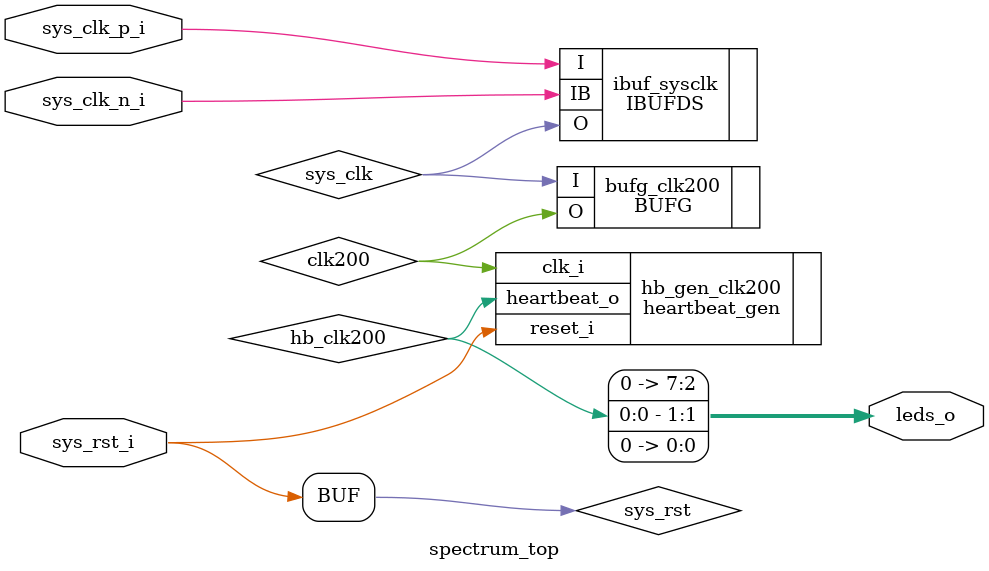
<source format=v>

`timescale 1ns / 1ns
`default_nettype none
    
module spectrum_top
#(
    parameter C_SIM        = 0
)
(
    input wire sys_rst_i,
    input wire sys_clk_p_i,
    input wire sys_clk_n_i,
    
    output wire [7:0] leds_o
);

wire sys_clk, clk200;
wire sys_rst;

(* mark_debug = "TRUE" *) wire               dds_data_tvalid;
(* mark_debug = "TRUE" *) wire signed [15:0] dds_data_tdata;
(* mark_debug = "TRUE" *) wire signed        fir_m_axis_data_tvalid;
(* mark_debug = "TRUE" *) wire signed [15:0] fir_m_axis_data_tdata;

                          wire [31:0] fft_s_axis_data_tdata ;
(* mark_debug = "TRUE" *) wire        fft_s_axis_data_tready;
(* mark_debug = "TRUE" *) wire        fft_s_axis_data_tlast ;    

wire [63 : 0] fft_m_axis_data_tdata ; 
wire [15 : 0] fft_m_axis_data_tuser ; 
wire          fft_m_axis_data_tvalid; 
wire          fft_m_axis_data_tlast ; 

(* mark_debug = "TRUE" *) wire [15:0] fft_xk_re, fft_xk_im;


(* mark_debug = "TRUE" *) wire signed [32:0] fft_xk_mag_sq;
            
/////////////////////////////////////////////////////////////////
// debug signals
/////////////////////////////////////////////////////////////////
wire [255:0] probe_in0, probe_out0;
(* mark_debug = "TRUE" *) wire         hb_clk200;
wire         sync_rst_vio, sync_rst_rst;


IBUFDS ibuf_sysclk
(
    .I  (sys_clk_p_i),
    .IB (sys_clk_n_i),
    .O  (sys_clk)
);

BUFG bufg_clk200 (.I (sys_clk), .O (clk200));

assign sys_rst = sys_rst_i;

heartbeat_gen  
  #(
      .CLK_CNT_MAX (32'h10000000)
  ) hb_gen_clk200
  (
      .reset_i     (sys_rst),
      .clk_i       (clk200),
      .heartbeat_o (hb_clk200)
  );
  
assign leds_o[0] = 1'b0;
assign leds_o[1] = hb_clk200;
assign leds_o[2] = 1'b0;
assign leds_o[3] = 1'b0;
assign leds_o[4] = 1'b0;
assign leds_o[7:5] = 3'b0;

endmodule 


`default_nettype wire
</source>
